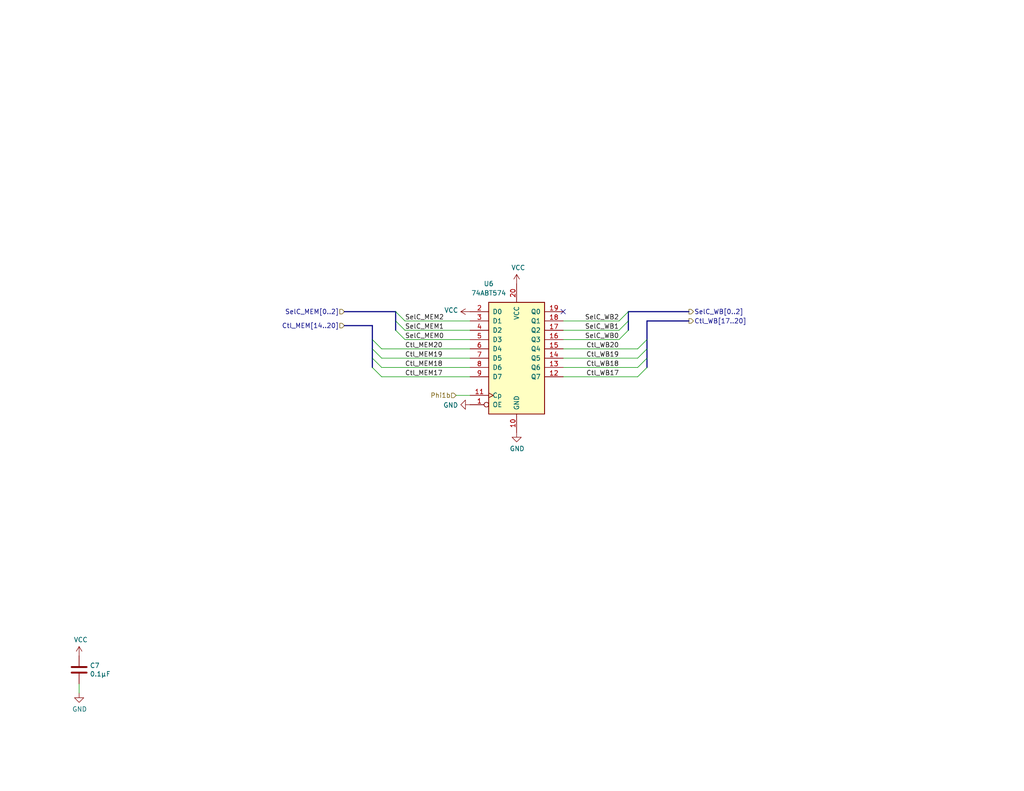
<source format=kicad_sch>
(kicad_sch (version 20250114) (generator "eeschema") (generator_version "9.0")
  (paper "USLetter")
  (title_block (title "MEM/WB: Control Word Register") (date "2023-11-07") (rev "D"))
  (lib_symbols
    (symbol "74xx:74LS574" (pin_names (offset 1.016))
      (property "Reference" "U" (at -7.62 16.51 0))
      (property "Value" "74LS574" (at -7.62 -16.51 0))
      (symbol "74LS574_1_0"
        (pin input line (at -12.7 12.7 0) (length 5.08) (name "D0") (number "2"))
        (pin input line (at -12.7 10.16 0) (length 5.08) (name "D1") (number "3"))
        (pin input line (at -12.7 7.62 0) (length 5.08) (name "D2") (number "4"))
        (pin input line (at -12.7 5.08 0) (length 5.08) (name "D3") (number "5"))
        (pin input line (at -12.7 2.54 0) (length 5.08) (name "D4") (number "6"))
        (pin input line (at -12.7 0 0) (length 5.08) (name "D5") (number "7"))
        (pin input line (at -12.7 -2.54 0) (length 5.08) (name "D6") (number "8"))
        (pin input line (at -12.7 -5.08 0) (length 5.08) (name "D7") (number "9"))
        (pin input clock (at -12.7 -10.16 0) (length 5.08) (name "Cp") (number "11"))
        (pin input inverted (at -12.7 -12.7 0) (length 5.08) (name "OE") (number "1"))
        (pin power_in line (at 0 20.32 270) (length 5.08) (name "VCC") (number "20"))
        (pin power_in line (at 0 -20.32 90) (length 5.08) (name "GND") (number "10"))
        (pin tri_state line (at 12.7 12.7 180) (length 5.08) (name "Q0") (number "19"))
        (pin tri_state line (at 12.7 10.16 180) (length 5.08) (name "Q1") (number "18"))
        (pin tri_state line (at 12.7 7.62 180) (length 5.08) (name "Q2") (number "17"))
        (pin tri_state line (at 12.7 5.08 180) (length 5.08) (name "Q3") (number "16"))
        (pin tri_state line (at 12.7 2.54 180) (length 5.08) (name "Q4") (number "15"))
        (pin tri_state line (at 12.7 0 180) (length 5.08) (name "Q5") (number "14"))
        (pin tri_state line (at 12.7 -2.54 180) (length 5.08) (name "Q6") (number "13"))
        (pin tri_state line (at 12.7 -5.08 180) (length 5.08) (name "Q7") (number "12"))
      )
      (symbol "74LS574_1_1"
        (rectangle (start -7.62 15.24) (end 7.62 -15.24) (stroke (width 0.254)) (fill (type background)))
      )
    )
    (symbol "Device:C" (pin_numbers (hide yes)) (pin_names (offset 0.254))
      (property "Reference" "C" (at 0.635 2.54 0))
      (property "Value" "C" (at 0.635 -2.54 0))
      (symbol "C_0_1"
        (polyline (pts (xy -2.032 0.762) (xy 2.032 0.762)) (stroke (width 0.508)))
        (polyline (pts (xy -2.032 -0.762) (xy 2.032 -0.762)) (stroke (width 0.508)))
      )
      (symbol "C_1_1"
        (pin passive line (at 0 3.81 270) (length 2.794) (name "~") (number "1"))
        (pin passive line (at 0 -3.81 90) (length 2.794) (name "~") (number "2"))
      )
    )
    (symbol "power:GND" (power) (pin_names (offset 0))
      (property "Value" "GND" (at 0 -3.81 0))
      (symbol "GND_0_1"
        (polyline (pts (xy 0 0) (xy 0 -1.27) (xy 1.27 -1.27) (xy 0 -2.54) (xy -1.27 -1.27) (xy 0 -1.27)))
      )
      (symbol "GND_1_1"
        (pin power_in line (at 0 0 270) (length 0) (hide yes) (name "GND") (number "1"))
      )
    )
    (symbol "power:VCC" (power) (pin_names (offset 0))
      (property "Value" "VCC" (at 0 3.81 0))
      (symbol "VCC_0_1"
        (polyline (pts (xy -0.762 1.27) (xy 0 2.54)))
        (polyline (pts (xy 0 2.54) (xy 0.762 1.27)))
        (polyline (pts (xy 0 0) (xy 0 2.54)))
      )
      (symbol "VCC_1_1"
        (pin power_in line (at 0 0 90) (length 0) (hide yes) (name "VCC") (number "1"))
      )
    )
  )
  (no_connect (at 153.67 85.09))
  (bus_entry (at 176.53 95.25) (size -2.54 2.54))
  (bus_entry (at 176.53 100.33) (size -2.54 2.54))
  (bus_entry (at 101.6 100.33) (size 2.54 2.54))
  (bus_entry (at 171.45 90.17) (size -2.54 2.54))
  (bus_entry (at 101.6 97.79) (size 2.54 2.54))
  (bus_entry (at 176.53 92.71) (size -2.54 2.54))
  (bus_entry (at 107.95 87.63) (size 2.54 2.54))
  (bus_entry (at 107.95 85.09) (size 2.54 2.54))
  (bus_entry (at 171.45 87.63) (size -2.54 2.54))
  (bus_entry (at 107.95 90.17) (size 2.54 2.54))
  (bus_entry (at 171.45 85.09) (size -2.54 2.54))
  (bus_entry (at 176.53 97.79) (size -2.54 2.54))
  (bus_entry (at 101.6 95.25) (size 2.54 2.54))
  (bus_entry (at 101.6 92.71) (size 2.54 2.54))
  (wire (pts (xy 104.14 95.25) (xy 128.27 95.25)))
  (wire (pts (xy 173.99 97.79) (xy 153.67 97.79)))
  (wire (pts (xy 128.27 90.17) (xy 110.49 90.17)))
  (bus (pts (xy 187.96 85.09) (xy 171.45 85.09)))
  (wire (pts (xy 173.99 102.87) (xy 153.67 102.87)))
  (bus (pts (xy 107.95 85.09) (xy 107.95 87.63)))
  (bus (pts (xy 176.53 97.79) (xy 176.53 100.33)))
  (wire (pts (xy 21.59 189.23) (xy 21.59 186.69)))
  (wire (pts (xy 104.14 100.33) (xy 128.27 100.33)))
  (bus (pts (xy 107.95 87.63) (xy 107.95 90.17)))
  (bus (pts (xy 93.98 88.9) (xy 101.6 88.9)))
  (bus (pts (xy 101.6 92.71) (xy 101.6 95.25)))
  (bus (pts (xy 176.53 92.71) (xy 176.53 95.25)))
  (bus (pts (xy 176.53 87.63) (xy 176.53 92.71)))
  (bus (pts (xy 101.6 97.79) (xy 101.6 100.33)))
  (wire (pts (xy 173.99 100.33) (xy 153.67 100.33)))
  (bus (pts (xy 171.45 85.09) (xy 171.45 87.63)))
  (wire (pts (xy 173.99 95.25) (xy 153.67 95.25)))
  (bus (pts (xy 101.6 88.9) (xy 101.6 92.71)))
  (bus (pts (xy 187.96 87.63) (xy 176.53 87.63)))
  (bus (pts (xy 171.45 87.63) (xy 171.45 90.17)))
  (bus (pts (xy 93.98 85.09) (xy 107.95 85.09)))
  (wire (pts (xy 104.14 102.87) (xy 128.27 102.87)))
  (wire (pts (xy 104.14 97.79) (xy 128.27 97.79)))
  (bus (pts (xy 101.6 95.25) (xy 101.6 97.79)))
  (wire (pts (xy 124.46 107.95) (xy 128.27 107.95)))
  (bus (pts (xy 176.53 95.25) (xy 176.53 97.79)))
  (wire (pts (xy 168.91 87.63) (xy 153.67 87.63)))
  (wire (pts (xy 168.91 92.71) (xy 153.67 92.71)))
  (wire (pts (xy 128.27 87.63) (xy 110.49 87.63)))
  (wire (pts (xy 168.91 90.17) (xy 153.67 90.17)))
  (wire (pts (xy 128.27 92.71) (xy 110.49 92.71)))
  (label "Ctl_WB19" (at 168.91 97.79 180))
  (label "SelC_WB0" (at 168.91 92.71 180))
  (label "Ctl_MEM20" (at 110.49 95.25 0))
  (label "Ctl_WB18" (at 168.91 100.33 180))
  (label "SelC_MEM1" (at 110.49 90.17 0))
  (label "SelC_WB2" (at 168.91 87.63 180))
  (label "SelC_MEM2" (at 110.49 87.63 0))
  (label "SelC_MEM0" (at 110.49 92.71 0))
  (label "SelC_WB1" (at 168.91 90.17 180))
  (label "Ctl_MEM17" (at 110.49 102.87 0))
  (label "Ctl_MEM19" (at 110.49 97.79 0))
  (label "Ctl_WB20" (at 168.91 95.25 180))
  (label "Ctl_MEM18" (at 110.49 100.33 0))
  (label "Ctl_WB17" (at 168.91 102.87 180))
  (hierarchical_label "Ctl_WB[17..20]" (shape output) (at 187.96 87.63 0))
  (hierarchical_label "SelC_WB[0..2]" (shape output) (at 187.96 85.09 0))
  (hierarchical_label "SelC_MEM[0..2]" (shape input) (at 93.98 85.09 180))
  (hierarchical_label "Ctl_MEM[14..20]" (shape input) (at 93.98 88.9 180))
  (hierarchical_label "Phi1b" (shape input) (at 124.46 107.95 180))
  (symbol (lib_id "power:VCC") (at 128.27 85.09 90) (unit 1)
    (property "Reference" "#PWR098" (effects (hide yes)))
    (property "Value" "VCC" (at 125.0442 84.709 90) (effects (justify left)))
  )
  (symbol (lib_id "power:GND") (at 128.27 110.49 270) (unit 1)
    (property "Reference" "#PWR099" (effects (hide yes)))
    (property "Value" "GND" (at 125.0188 110.617 90) (effects (justify right)))
  )
  (symbol (lib_id "power:GND") (at 140.97 118.11 0) (unit 1)
    (property "Reference" "#PWR0101" (effects (hide yes)))
    (property "Value" "GND" (at 141.097 122.5042 0))
  )
  (symbol (lib_id "power:VCC") (at 140.97 77.47 0) (unit 1)
    (property "Reference" "#PWR0100" (effects (hide yes)))
    (property "Value" "VCC" (at 141.4018 73.0758 0))
  )
  (symbol (lib_id "74xx:74LS574") (at 140.97 97.79 0) (unit 1)
    (property "Reference" "U6" (at 133.35 77.47 0))
    (property "Value" "74ABT574" (at 133.35 80.01 0))
    (property "Footprint" "Package_SO:TSSOP-20_4.4x6.5mm_P0.65mm" (effects (hide yes)))
    (property "Datasheet" "http://www.ti.com/lit/gpn/sn74LS574" (effects (hide yes)))
    (property "Mouser" "https://www.mouser.com/ProductDetail/Texas-Instruments/SN74ABT574APWR?qs=0OT4q4QBUTK6FyQPmQhDOg%3D%3D" (effects (hide yes)))
  )
  (symbol (lib_id "Device:C") (at 21.59 182.88 0) (unit 1)
    (property "Reference" "C7" (at 24.511 181.7116 0) (effects (justify left)))
    (property "Value" "0.1μF" (at 24.511 184.023 0) (effects (justify left)))
    (property "Footprint" "Capacitor_SMD:C_0603_1608Metric_Pad1.08x0.95mm_HandSolder" (effects (hide yes)))
    (property "Mouser" "https://www.mouser.com/ProductDetail/963-EMK107B7104KAHT" (effects (hide yes)))
  )
  (symbol (lib_id "power:VCC") (at 21.59 179.07 0) (unit 1)
    (property "Reference" "#PWR096" (effects (hide yes)))
    (property "Value" "VCC" (at 22.0218 174.6758 0))
  )
  (symbol (lib_id "power:GND") (at 21.59 189.23 0) (unit 1)
    (property "Reference" "#PWR097" (effects (hide yes)))
    (property "Value" "GND" (at 21.717 193.6242 0))
  )
)
</source>
